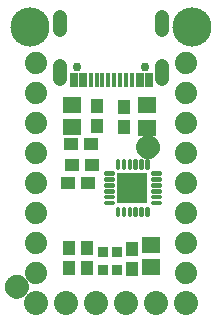
<source format=gbr>
G04 EAGLE Gerber RS-274X export*
G75*
%MOMM*%
%FSLAX34Y34*%
%LPD*%
%INSoldermask Top*%
%IPPOS*%
%AMOC8*
5,1,8,0,0,1.08239X$1,22.5*%
G01*
%ADD10R,1.601600X1.341600*%
%ADD11C,1.101600*%
%ADD12C,0.469900*%
%ADD13R,0.901600X0.901600*%
%ADD14R,1.101600X1.176600*%
%ADD15C,2.032000*%
%ADD16C,1.879600*%
%ADD17C,3.317600*%
%ADD18C,0.240406*%
%ADD19R,2.601600X2.601600*%
%ADD20R,1.176600X1.101600*%
%ADD21R,0.676600X1.251600*%
%ADD22R,0.376600X1.251600*%
%ADD23C,1.209600*%
%ADD24C,0.751600*%


D10*
X118745Y193015D03*
X118745Y174015D03*
X55880Y193650D03*
X55880Y174650D03*
D11*
X8890Y39370D03*
D12*
X8890Y46870D02*
X8709Y46868D01*
X8528Y46861D01*
X8347Y46850D01*
X8166Y46835D01*
X7986Y46815D01*
X7806Y46791D01*
X7627Y46763D01*
X7449Y46730D01*
X7272Y46693D01*
X7095Y46652D01*
X6920Y46607D01*
X6745Y46557D01*
X6572Y46503D01*
X6401Y46445D01*
X6230Y46383D01*
X6062Y46316D01*
X5895Y46246D01*
X5729Y46172D01*
X5566Y46093D01*
X5405Y46011D01*
X5245Y45925D01*
X5088Y45835D01*
X4933Y45741D01*
X4780Y45644D01*
X4630Y45542D01*
X4482Y45438D01*
X4336Y45329D01*
X4194Y45218D01*
X4054Y45102D01*
X3917Y44984D01*
X3782Y44862D01*
X3651Y44737D01*
X3523Y44609D01*
X3398Y44478D01*
X3276Y44343D01*
X3158Y44206D01*
X3042Y44066D01*
X2931Y43924D01*
X2822Y43778D01*
X2718Y43630D01*
X2616Y43480D01*
X2519Y43327D01*
X2425Y43172D01*
X2335Y43015D01*
X2249Y42855D01*
X2167Y42694D01*
X2088Y42531D01*
X2014Y42365D01*
X1944Y42198D01*
X1877Y42030D01*
X1815Y41859D01*
X1757Y41688D01*
X1703Y41515D01*
X1653Y41340D01*
X1608Y41165D01*
X1567Y40988D01*
X1530Y40811D01*
X1497Y40633D01*
X1469Y40454D01*
X1445Y40274D01*
X1425Y40094D01*
X1410Y39913D01*
X1399Y39732D01*
X1392Y39551D01*
X1390Y39370D01*
X8890Y46870D02*
X9071Y46868D01*
X9252Y46861D01*
X9433Y46850D01*
X9614Y46835D01*
X9794Y46815D01*
X9974Y46791D01*
X10153Y46763D01*
X10331Y46730D01*
X10508Y46693D01*
X10685Y46652D01*
X10860Y46607D01*
X11035Y46557D01*
X11208Y46503D01*
X11379Y46445D01*
X11550Y46383D01*
X11718Y46316D01*
X11885Y46246D01*
X12051Y46172D01*
X12214Y46093D01*
X12375Y46011D01*
X12535Y45925D01*
X12692Y45835D01*
X12847Y45741D01*
X13000Y45644D01*
X13150Y45542D01*
X13298Y45438D01*
X13444Y45329D01*
X13586Y45218D01*
X13726Y45102D01*
X13863Y44984D01*
X13998Y44862D01*
X14129Y44737D01*
X14257Y44609D01*
X14382Y44478D01*
X14504Y44343D01*
X14622Y44206D01*
X14738Y44066D01*
X14849Y43924D01*
X14958Y43778D01*
X15062Y43630D01*
X15164Y43480D01*
X15261Y43327D01*
X15355Y43172D01*
X15445Y43015D01*
X15531Y42855D01*
X15613Y42694D01*
X15692Y42531D01*
X15766Y42365D01*
X15836Y42198D01*
X15903Y42030D01*
X15965Y41859D01*
X16023Y41688D01*
X16077Y41515D01*
X16127Y41340D01*
X16172Y41165D01*
X16213Y40988D01*
X16250Y40811D01*
X16283Y40633D01*
X16311Y40454D01*
X16335Y40274D01*
X16355Y40094D01*
X16370Y39913D01*
X16381Y39732D01*
X16388Y39551D01*
X16390Y39370D01*
X16388Y39189D01*
X16381Y39008D01*
X16370Y38827D01*
X16355Y38646D01*
X16335Y38466D01*
X16311Y38286D01*
X16283Y38107D01*
X16250Y37929D01*
X16213Y37752D01*
X16172Y37575D01*
X16127Y37400D01*
X16077Y37225D01*
X16023Y37052D01*
X15965Y36881D01*
X15903Y36710D01*
X15836Y36542D01*
X15766Y36375D01*
X15692Y36209D01*
X15613Y36046D01*
X15531Y35885D01*
X15445Y35725D01*
X15355Y35568D01*
X15261Y35413D01*
X15164Y35260D01*
X15062Y35110D01*
X14958Y34962D01*
X14849Y34816D01*
X14738Y34674D01*
X14622Y34534D01*
X14504Y34397D01*
X14382Y34262D01*
X14257Y34131D01*
X14129Y34003D01*
X13998Y33878D01*
X13863Y33756D01*
X13726Y33638D01*
X13586Y33522D01*
X13444Y33411D01*
X13298Y33302D01*
X13150Y33198D01*
X13000Y33096D01*
X12847Y32999D01*
X12692Y32905D01*
X12535Y32815D01*
X12375Y32729D01*
X12214Y32647D01*
X12051Y32568D01*
X11885Y32494D01*
X11718Y32424D01*
X11550Y32357D01*
X11379Y32295D01*
X11208Y32237D01*
X11035Y32183D01*
X10860Y32133D01*
X10685Y32088D01*
X10508Y32047D01*
X10331Y32010D01*
X10153Y31977D01*
X9974Y31949D01*
X9794Y31925D01*
X9614Y31905D01*
X9433Y31890D01*
X9252Y31879D01*
X9071Y31872D01*
X8890Y31870D01*
X8709Y31872D01*
X8528Y31879D01*
X8347Y31890D01*
X8166Y31905D01*
X7986Y31925D01*
X7806Y31949D01*
X7627Y31977D01*
X7449Y32010D01*
X7272Y32047D01*
X7095Y32088D01*
X6920Y32133D01*
X6745Y32183D01*
X6572Y32237D01*
X6401Y32295D01*
X6230Y32357D01*
X6062Y32424D01*
X5895Y32494D01*
X5729Y32568D01*
X5566Y32647D01*
X5405Y32729D01*
X5245Y32815D01*
X5088Y32905D01*
X4933Y32999D01*
X4780Y33096D01*
X4630Y33198D01*
X4482Y33302D01*
X4336Y33411D01*
X4194Y33522D01*
X4054Y33638D01*
X3917Y33756D01*
X3782Y33878D01*
X3651Y34003D01*
X3523Y34131D01*
X3398Y34262D01*
X3276Y34397D01*
X3158Y34534D01*
X3042Y34674D01*
X2931Y34816D01*
X2822Y34962D01*
X2718Y35110D01*
X2616Y35260D01*
X2519Y35413D01*
X2425Y35568D01*
X2335Y35725D01*
X2249Y35885D01*
X2167Y36046D01*
X2088Y36209D01*
X2014Y36375D01*
X1944Y36542D01*
X1877Y36710D01*
X1815Y36881D01*
X1757Y37052D01*
X1703Y37225D01*
X1653Y37400D01*
X1608Y37575D01*
X1567Y37752D01*
X1530Y37929D01*
X1497Y38107D01*
X1469Y38286D01*
X1445Y38466D01*
X1425Y38646D01*
X1410Y38827D01*
X1399Y39008D01*
X1392Y39189D01*
X1390Y39370D01*
D11*
X120015Y157480D03*
D12*
X120015Y164980D02*
X119834Y164978D01*
X119653Y164971D01*
X119472Y164960D01*
X119291Y164945D01*
X119111Y164925D01*
X118931Y164901D01*
X118752Y164873D01*
X118574Y164840D01*
X118397Y164803D01*
X118220Y164762D01*
X118045Y164717D01*
X117870Y164667D01*
X117697Y164613D01*
X117526Y164555D01*
X117355Y164493D01*
X117187Y164426D01*
X117020Y164356D01*
X116854Y164282D01*
X116691Y164203D01*
X116530Y164121D01*
X116370Y164035D01*
X116213Y163945D01*
X116058Y163851D01*
X115905Y163754D01*
X115755Y163652D01*
X115607Y163548D01*
X115461Y163439D01*
X115319Y163328D01*
X115179Y163212D01*
X115042Y163094D01*
X114907Y162972D01*
X114776Y162847D01*
X114648Y162719D01*
X114523Y162588D01*
X114401Y162453D01*
X114283Y162316D01*
X114167Y162176D01*
X114056Y162034D01*
X113947Y161888D01*
X113843Y161740D01*
X113741Y161590D01*
X113644Y161437D01*
X113550Y161282D01*
X113460Y161125D01*
X113374Y160965D01*
X113292Y160804D01*
X113213Y160641D01*
X113139Y160475D01*
X113069Y160308D01*
X113002Y160140D01*
X112940Y159969D01*
X112882Y159798D01*
X112828Y159625D01*
X112778Y159450D01*
X112733Y159275D01*
X112692Y159098D01*
X112655Y158921D01*
X112622Y158743D01*
X112594Y158564D01*
X112570Y158384D01*
X112550Y158204D01*
X112535Y158023D01*
X112524Y157842D01*
X112517Y157661D01*
X112515Y157480D01*
X120015Y164980D02*
X120196Y164978D01*
X120377Y164971D01*
X120558Y164960D01*
X120739Y164945D01*
X120919Y164925D01*
X121099Y164901D01*
X121278Y164873D01*
X121456Y164840D01*
X121633Y164803D01*
X121810Y164762D01*
X121985Y164717D01*
X122160Y164667D01*
X122333Y164613D01*
X122504Y164555D01*
X122675Y164493D01*
X122843Y164426D01*
X123010Y164356D01*
X123176Y164282D01*
X123339Y164203D01*
X123500Y164121D01*
X123660Y164035D01*
X123817Y163945D01*
X123972Y163851D01*
X124125Y163754D01*
X124275Y163652D01*
X124423Y163548D01*
X124569Y163439D01*
X124711Y163328D01*
X124851Y163212D01*
X124988Y163094D01*
X125123Y162972D01*
X125254Y162847D01*
X125382Y162719D01*
X125507Y162588D01*
X125629Y162453D01*
X125747Y162316D01*
X125863Y162176D01*
X125974Y162034D01*
X126083Y161888D01*
X126187Y161740D01*
X126289Y161590D01*
X126386Y161437D01*
X126480Y161282D01*
X126570Y161125D01*
X126656Y160965D01*
X126738Y160804D01*
X126817Y160641D01*
X126891Y160475D01*
X126961Y160308D01*
X127028Y160140D01*
X127090Y159969D01*
X127148Y159798D01*
X127202Y159625D01*
X127252Y159450D01*
X127297Y159275D01*
X127338Y159098D01*
X127375Y158921D01*
X127408Y158743D01*
X127436Y158564D01*
X127460Y158384D01*
X127480Y158204D01*
X127495Y158023D01*
X127506Y157842D01*
X127513Y157661D01*
X127515Y157480D01*
X127513Y157299D01*
X127506Y157118D01*
X127495Y156937D01*
X127480Y156756D01*
X127460Y156576D01*
X127436Y156396D01*
X127408Y156217D01*
X127375Y156039D01*
X127338Y155862D01*
X127297Y155685D01*
X127252Y155510D01*
X127202Y155335D01*
X127148Y155162D01*
X127090Y154991D01*
X127028Y154820D01*
X126961Y154652D01*
X126891Y154485D01*
X126817Y154319D01*
X126738Y154156D01*
X126656Y153995D01*
X126570Y153835D01*
X126480Y153678D01*
X126386Y153523D01*
X126289Y153370D01*
X126187Y153220D01*
X126083Y153072D01*
X125974Y152926D01*
X125863Y152784D01*
X125747Y152644D01*
X125629Y152507D01*
X125507Y152372D01*
X125382Y152241D01*
X125254Y152113D01*
X125123Y151988D01*
X124988Y151866D01*
X124851Y151748D01*
X124711Y151632D01*
X124569Y151521D01*
X124423Y151412D01*
X124275Y151308D01*
X124125Y151206D01*
X123972Y151109D01*
X123817Y151015D01*
X123660Y150925D01*
X123500Y150839D01*
X123339Y150757D01*
X123176Y150678D01*
X123010Y150604D01*
X122843Y150534D01*
X122675Y150467D01*
X122504Y150405D01*
X122333Y150347D01*
X122160Y150293D01*
X121985Y150243D01*
X121810Y150198D01*
X121633Y150157D01*
X121456Y150120D01*
X121278Y150087D01*
X121099Y150059D01*
X120919Y150035D01*
X120739Y150015D01*
X120558Y150000D01*
X120377Y149989D01*
X120196Y149982D01*
X120015Y149980D01*
X119834Y149982D01*
X119653Y149989D01*
X119472Y150000D01*
X119291Y150015D01*
X119111Y150035D01*
X118931Y150059D01*
X118752Y150087D01*
X118574Y150120D01*
X118397Y150157D01*
X118220Y150198D01*
X118045Y150243D01*
X117870Y150293D01*
X117697Y150347D01*
X117526Y150405D01*
X117355Y150467D01*
X117187Y150534D01*
X117020Y150604D01*
X116854Y150678D01*
X116691Y150757D01*
X116530Y150839D01*
X116370Y150925D01*
X116213Y151015D01*
X116058Y151109D01*
X115905Y151206D01*
X115755Y151308D01*
X115607Y151412D01*
X115461Y151521D01*
X115319Y151632D01*
X115179Y151748D01*
X115042Y151866D01*
X114907Y151988D01*
X114776Y152113D01*
X114648Y152241D01*
X114523Y152372D01*
X114401Y152507D01*
X114283Y152644D01*
X114167Y152784D01*
X114056Y152926D01*
X113947Y153072D01*
X113843Y153220D01*
X113741Y153370D01*
X113644Y153523D01*
X113550Y153678D01*
X113460Y153835D01*
X113374Y153995D01*
X113292Y154156D01*
X113213Y154319D01*
X113139Y154485D01*
X113069Y154652D01*
X113002Y154820D01*
X112940Y154991D01*
X112882Y155162D01*
X112828Y155335D01*
X112778Y155510D01*
X112733Y155685D01*
X112692Y155862D01*
X112655Y156039D01*
X112622Y156217D01*
X112594Y156396D01*
X112570Y156576D01*
X112550Y156756D01*
X112535Y156937D01*
X112524Y157118D01*
X112517Y157299D01*
X112515Y157480D01*
D13*
X93345Y68460D03*
X93345Y53460D03*
X81915Y68460D03*
X81915Y53460D03*
D14*
X106680Y54365D03*
X106680Y71365D03*
X67945Y55000D03*
X67945Y72000D03*
D15*
X25400Y25400D03*
X50800Y25400D03*
X76200Y25400D03*
X101600Y25400D03*
X127000Y25400D03*
X152400Y25400D03*
D16*
X25400Y228600D03*
X25400Y203200D03*
X25400Y177800D03*
X25400Y152400D03*
X25400Y127000D03*
X25400Y101600D03*
X25400Y76200D03*
X25400Y50800D03*
X152400Y50800D03*
X152400Y76200D03*
X152400Y101600D03*
X152400Y127000D03*
X152400Y152400D03*
X152400Y177800D03*
X152400Y203200D03*
X152400Y228600D03*
D17*
X157480Y259080D03*
X20320Y259080D03*
D14*
X52705Y55000D03*
X52705Y72000D03*
D18*
X119886Y139884D02*
X119886Y146496D01*
X119886Y139884D02*
X118474Y139884D01*
X118474Y146496D01*
X119886Y146496D01*
X119886Y142168D02*
X118474Y142168D01*
X118474Y144452D02*
X119886Y144452D01*
X114886Y146496D02*
X114886Y139884D01*
X113474Y139884D01*
X113474Y146496D01*
X114886Y146496D01*
X114886Y142168D02*
X113474Y142168D01*
X113474Y144452D02*
X114886Y144452D01*
X109886Y146496D02*
X109886Y139884D01*
X108474Y139884D01*
X108474Y146496D01*
X109886Y146496D01*
X109886Y142168D02*
X108474Y142168D01*
X108474Y144452D02*
X109886Y144452D01*
X104886Y146496D02*
X104886Y139884D01*
X103474Y139884D01*
X103474Y146496D01*
X104886Y146496D01*
X104886Y142168D02*
X103474Y142168D01*
X103474Y144452D02*
X104886Y144452D01*
X99886Y146496D02*
X99886Y139884D01*
X98474Y139884D01*
X98474Y146496D01*
X99886Y146496D01*
X99886Y142168D02*
X98474Y142168D01*
X98474Y144452D02*
X99886Y144452D01*
X94886Y146496D02*
X94886Y139884D01*
X93474Y139884D01*
X93474Y146496D01*
X94886Y146496D01*
X94886Y142168D02*
X93474Y142168D01*
X93474Y144452D02*
X94886Y144452D01*
X89986Y134984D02*
X83374Y134984D01*
X83374Y136396D01*
X89986Y136396D01*
X89986Y134984D01*
X89986Y129984D02*
X83374Y129984D01*
X83374Y131396D01*
X89986Y131396D01*
X89986Y129984D01*
X89986Y124984D02*
X83374Y124984D01*
X83374Y126396D01*
X89986Y126396D01*
X89986Y124984D01*
X89986Y119984D02*
X83374Y119984D01*
X83374Y121396D01*
X89986Y121396D01*
X89986Y119984D01*
X89986Y114984D02*
X83374Y114984D01*
X83374Y116396D01*
X89986Y116396D01*
X89986Y114984D01*
X89986Y109984D02*
X83374Y109984D01*
X83374Y111396D01*
X89986Y111396D01*
X89986Y109984D01*
X93474Y106496D02*
X93474Y99884D01*
X93474Y106496D02*
X94886Y106496D01*
X94886Y99884D01*
X93474Y99884D01*
X93474Y102168D02*
X94886Y102168D01*
X94886Y104452D02*
X93474Y104452D01*
X98474Y106496D02*
X98474Y99884D01*
X98474Y106496D02*
X99886Y106496D01*
X99886Y99884D01*
X98474Y99884D01*
X98474Y102168D02*
X99886Y102168D01*
X99886Y104452D02*
X98474Y104452D01*
X103474Y106496D02*
X103474Y99884D01*
X103474Y106496D02*
X104886Y106496D01*
X104886Y99884D01*
X103474Y99884D01*
X103474Y102168D02*
X104886Y102168D01*
X104886Y104452D02*
X103474Y104452D01*
X108474Y106496D02*
X108474Y99884D01*
X108474Y106496D02*
X109886Y106496D01*
X109886Y99884D01*
X108474Y99884D01*
X108474Y102168D02*
X109886Y102168D01*
X109886Y104452D02*
X108474Y104452D01*
X113474Y106496D02*
X113474Y99884D01*
X113474Y106496D02*
X114886Y106496D01*
X114886Y99884D01*
X113474Y99884D01*
X113474Y102168D02*
X114886Y102168D01*
X114886Y104452D02*
X113474Y104452D01*
X118474Y106496D02*
X118474Y99884D01*
X118474Y106496D02*
X119886Y106496D01*
X119886Y99884D01*
X118474Y99884D01*
X118474Y102168D02*
X119886Y102168D01*
X119886Y104452D02*
X118474Y104452D01*
X123374Y111396D02*
X129986Y111396D01*
X129986Y109984D01*
X123374Y109984D01*
X123374Y111396D01*
X123374Y116396D02*
X129986Y116396D01*
X129986Y114984D01*
X123374Y114984D01*
X123374Y116396D01*
X123374Y121396D02*
X129986Y121396D01*
X129986Y119984D01*
X123374Y119984D01*
X123374Y121396D01*
X123374Y126396D02*
X129986Y126396D01*
X129986Y124984D01*
X123374Y124984D01*
X123374Y126396D01*
X123374Y131396D02*
X129986Y131396D01*
X129986Y129984D01*
X123374Y129984D01*
X123374Y131396D01*
X123374Y136396D02*
X129986Y136396D01*
X129986Y134984D01*
X123374Y134984D01*
X123374Y136396D01*
D19*
X106680Y123190D03*
D14*
X76835Y175650D03*
X76835Y192650D03*
X99695Y174380D03*
X99695Y191380D03*
D20*
X72000Y160655D03*
X55000Y160655D03*
X52460Y127635D03*
X69460Y127635D03*
X55635Y142875D03*
X72635Y142875D03*
D21*
X120900Y214740D03*
X112900Y214740D03*
D22*
X106400Y214740D03*
X101400Y214740D03*
X96400Y214740D03*
X91400Y214740D03*
X86400Y214740D03*
X81400Y214740D03*
X76400Y214740D03*
X71400Y214740D03*
D21*
X64900Y214740D03*
X56900Y214740D03*
D23*
X132100Y256750D02*
X132100Y267830D01*
X45700Y267830D02*
X45700Y256750D01*
X45700Y226030D02*
X45700Y214950D01*
X132100Y214950D02*
X132100Y226030D01*
D24*
X60000Y225490D03*
X117800Y225490D03*
D10*
X122555Y74905D03*
X122555Y55905D03*
M02*

</source>
